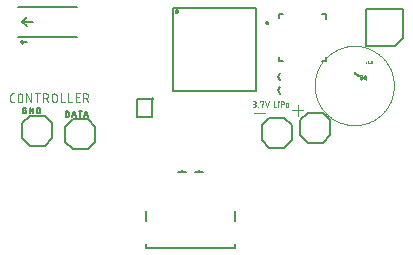
<source format=gbr>
G04 EAGLE Gerber RS-274X export*
G75*
%MOMM*%
%FSLAX34Y34*%
%LPD*%
%INSilkscreen Top*%
%IPPOS*%
%AMOC8*
5,1,8,0,0,1.08239X$1,22.5*%
G01*
%ADD10C,0.025400*%
%ADD11C,0.076200*%
%ADD12C,0.101600*%
%ADD13C,0.050800*%
%ADD14C,0.127000*%
%ADD15C,0.203200*%
%ADD16C,0.150000*%


D10*
X-83999Y220669D02*
X-83551Y220462D01*
X-83551Y220461D02*
X-83513Y220442D01*
X-83476Y220419D01*
X-83442Y220393D01*
X-83410Y220364D01*
X-83381Y220332D01*
X-83354Y220298D01*
X-83331Y220261D01*
X-83311Y220223D01*
X-83294Y220184D01*
X-83281Y220143D01*
X-83272Y220100D01*
X-83266Y220058D01*
X-83264Y220015D01*
X-83266Y219972D01*
X-83271Y219929D01*
X-83280Y219887D01*
X-83293Y219846D01*
X-83310Y219806D01*
X-83329Y219768D01*
X-83352Y219731D01*
X-83378Y219697D01*
X-83407Y219665D01*
X-83439Y219636D01*
X-83473Y219609D01*
X-83510Y219586D01*
X-83548Y219566D01*
X-83587Y219549D01*
X-83628Y219536D01*
X-83671Y219527D01*
X-83713Y219521D01*
X-83756Y219519D01*
X-83799Y219521D01*
X-83842Y219526D01*
X-83884Y219535D01*
X-83925Y219548D01*
X-83965Y219565D01*
X-84413Y219772D01*
X-83668Y221386D01*
X-83219Y221179D01*
X-83185Y221161D01*
X-83153Y221139D01*
X-83122Y221115D01*
X-83095Y221088D01*
X-83070Y221058D01*
X-83048Y221026D01*
X-83029Y220992D01*
X-83014Y220956D01*
X-83003Y220919D01*
X-82995Y220881D01*
X-82991Y220843D01*
X-82990Y220804D01*
X-82994Y220766D01*
X-83001Y220727D01*
X-83012Y220690D01*
X-83026Y220654D01*
X-83044Y220620D01*
X-83066Y220588D01*
X-83090Y220557D01*
X-83117Y220530D01*
X-83147Y220505D01*
X-83179Y220483D01*
X-83213Y220464D01*
X-83249Y220449D01*
X-83286Y220438D01*
X-83324Y220430D01*
X-83362Y220426D01*
X-83401Y220425D01*
X-83439Y220429D01*
X-83478Y220436D01*
X-83515Y220447D01*
X-83551Y220461D01*
X-82725Y219318D02*
X-82103Y220663D01*
X-82725Y219318D02*
X-82737Y219287D01*
X-82746Y219255D01*
X-82751Y219222D01*
X-82752Y219189D01*
X-82750Y219156D01*
X-82743Y219124D01*
X-82734Y219092D01*
X-82721Y219061D01*
X-82704Y219033D01*
X-82684Y219006D01*
X-82662Y218981D01*
X-82637Y218960D01*
X-82609Y218941D01*
X-82580Y218925D01*
X-81796Y218889D02*
X-81423Y219696D01*
X-81796Y218889D02*
X-81808Y218858D01*
X-81817Y218826D01*
X-81822Y218793D01*
X-81823Y218760D01*
X-81821Y218727D01*
X-81814Y218695D01*
X-81805Y218663D01*
X-81792Y218632D01*
X-81775Y218604D01*
X-81755Y218577D01*
X-81733Y218552D01*
X-81708Y218531D01*
X-81681Y218512D01*
X-81651Y218496D01*
X-81203Y218289D01*
X-80706Y219365D01*
X-80157Y217805D02*
X-79709Y217598D01*
X-80157Y217805D02*
X-80186Y217821D01*
X-80214Y217840D01*
X-80239Y217861D01*
X-80261Y217886D01*
X-80281Y217913D01*
X-80298Y217941D01*
X-80311Y217972D01*
X-80320Y218004D01*
X-80327Y218036D01*
X-80329Y218069D01*
X-80328Y218102D01*
X-80323Y218135D01*
X-80314Y218167D01*
X-80302Y218198D01*
X-80302Y218199D02*
X-80095Y218647D01*
X-80077Y218681D01*
X-80055Y218713D01*
X-80031Y218744D01*
X-80004Y218771D01*
X-79974Y218796D01*
X-79942Y218818D01*
X-79908Y218837D01*
X-79872Y218852D01*
X-79835Y218863D01*
X-79797Y218871D01*
X-79759Y218875D01*
X-79720Y218876D01*
X-79682Y218872D01*
X-79643Y218865D01*
X-79606Y218854D01*
X-79570Y218840D01*
X-79536Y218822D01*
X-79504Y218800D01*
X-79473Y218776D01*
X-79446Y218749D01*
X-79421Y218719D01*
X-79399Y218687D01*
X-79380Y218653D01*
X-79365Y218617D01*
X-79354Y218580D01*
X-79346Y218542D01*
X-79342Y218504D01*
X-79341Y218465D01*
X-79345Y218427D01*
X-79352Y218388D01*
X-79363Y218351D01*
X-79377Y218315D01*
X-79377Y218316D02*
X-79460Y218136D01*
X-80178Y218468D01*
X-78614Y217092D02*
X-78255Y216927D01*
X-78614Y217092D02*
X-78648Y217110D01*
X-78680Y217132D01*
X-78711Y217156D01*
X-78738Y217183D01*
X-78763Y217213D01*
X-78785Y217245D01*
X-78804Y217279D01*
X-78819Y217315D01*
X-78830Y217352D01*
X-78838Y217390D01*
X-78842Y217428D01*
X-78843Y217467D01*
X-78839Y217505D01*
X-78832Y217544D01*
X-78821Y217581D01*
X-78807Y217617D01*
X-78393Y218513D01*
X-78393Y218514D02*
X-78375Y218548D01*
X-78353Y218580D01*
X-78329Y218611D01*
X-78302Y218638D01*
X-78272Y218663D01*
X-78240Y218685D01*
X-78206Y218704D01*
X-78170Y218719D01*
X-78133Y218730D01*
X-78095Y218738D01*
X-78057Y218742D01*
X-78018Y218743D01*
X-77980Y218739D01*
X-77942Y218732D01*
X-77904Y218721D01*
X-77868Y218707D01*
X-77868Y218706D02*
X-77510Y218541D01*
X-77052Y217676D02*
X-77424Y216869D01*
X-77436Y216838D01*
X-77445Y216806D01*
X-77450Y216773D01*
X-77451Y216740D01*
X-77449Y216707D01*
X-77442Y216675D01*
X-77433Y216643D01*
X-77420Y216612D01*
X-77403Y216584D01*
X-77383Y216557D01*
X-77361Y216532D01*
X-77336Y216511D01*
X-77309Y216492D01*
X-77279Y216476D01*
X-77280Y216476D02*
X-76831Y216269D01*
X-76334Y217345D01*
X-75242Y217493D02*
X-75988Y215879D01*
X-75540Y215672D01*
X-75509Y215660D01*
X-75477Y215651D01*
X-75444Y215646D01*
X-75411Y215645D01*
X-75378Y215647D01*
X-75346Y215654D01*
X-75314Y215663D01*
X-75283Y215676D01*
X-75255Y215693D01*
X-75228Y215713D01*
X-75203Y215735D01*
X-75182Y215760D01*
X-75163Y215788D01*
X-75147Y215817D01*
X-75147Y215816D02*
X-74898Y216355D01*
X-74886Y216386D01*
X-74877Y216418D01*
X-74872Y216451D01*
X-74871Y216484D01*
X-74873Y216517D01*
X-74880Y216549D01*
X-74889Y216581D01*
X-74902Y216612D01*
X-74919Y216640D01*
X-74939Y216667D01*
X-74961Y216692D01*
X-74986Y216713D01*
X-75014Y216732D01*
X-75043Y216748D01*
X-75491Y216955D01*
X-74291Y215095D02*
X-73843Y214888D01*
X-74291Y215095D02*
X-74320Y215111D01*
X-74348Y215130D01*
X-74373Y215151D01*
X-74395Y215176D01*
X-74415Y215203D01*
X-74432Y215231D01*
X-74445Y215262D01*
X-74454Y215294D01*
X-74461Y215326D01*
X-74463Y215359D01*
X-74462Y215392D01*
X-74457Y215425D01*
X-74448Y215457D01*
X-74436Y215488D01*
X-74229Y215937D01*
X-74211Y215971D01*
X-74189Y216003D01*
X-74165Y216034D01*
X-74138Y216061D01*
X-74108Y216086D01*
X-74076Y216108D01*
X-74042Y216127D01*
X-74006Y216142D01*
X-73969Y216153D01*
X-73931Y216161D01*
X-73893Y216165D01*
X-73854Y216166D01*
X-73816Y216162D01*
X-73777Y216155D01*
X-73740Y216144D01*
X-73704Y216130D01*
X-73670Y216112D01*
X-73638Y216090D01*
X-73607Y216066D01*
X-73580Y216039D01*
X-73555Y216009D01*
X-73533Y215977D01*
X-73514Y215943D01*
X-73499Y215907D01*
X-73488Y215870D01*
X-73480Y215832D01*
X-73476Y215794D01*
X-73475Y215755D01*
X-73479Y215717D01*
X-73486Y215678D01*
X-73497Y215641D01*
X-73511Y215605D01*
X-73512Y215605D02*
X-73595Y215426D01*
X-74312Y215757D01*
X-78177Y214801D02*
X-79106Y216608D01*
X-77987Y215914D01*
X-77901Y217227D01*
X-76972Y215420D01*
X-76292Y216278D02*
X-76498Y216679D01*
X-76499Y216679D02*
X-76516Y216717D01*
X-76530Y216757D01*
X-76540Y216797D01*
X-76547Y216839D01*
X-76549Y216880D01*
X-76548Y216922D01*
X-76542Y216963D01*
X-76533Y217004D01*
X-76521Y217044D01*
X-76504Y217082D01*
X-76484Y217119D01*
X-76461Y217154D01*
X-76435Y217186D01*
X-76406Y217216D01*
X-76374Y217243D01*
X-76340Y217267D01*
X-76304Y217288D01*
X-76266Y217305D01*
X-76226Y217319D01*
X-76186Y217329D01*
X-76144Y217336D01*
X-76103Y217338D01*
X-76061Y217337D01*
X-76020Y217331D01*
X-75979Y217322D01*
X-75939Y217310D01*
X-75901Y217293D01*
X-75864Y217273D01*
X-75829Y217250D01*
X-75797Y217224D01*
X-75767Y217195D01*
X-75740Y217163D01*
X-75716Y217129D01*
X-75695Y217093D01*
X-75695Y217092D02*
X-75489Y216690D01*
X-75488Y216691D02*
X-75471Y216653D01*
X-75457Y216613D01*
X-75447Y216573D01*
X-75440Y216531D01*
X-75438Y216490D01*
X-75439Y216448D01*
X-75445Y216407D01*
X-75454Y216366D01*
X-75466Y216326D01*
X-75483Y216288D01*
X-75503Y216251D01*
X-75526Y216216D01*
X-75552Y216184D01*
X-75581Y216154D01*
X-75613Y216127D01*
X-75647Y216103D01*
X-75683Y216082D01*
X-75721Y216065D01*
X-75761Y216051D01*
X-75801Y216041D01*
X-75843Y216034D01*
X-75884Y216032D01*
X-75926Y216033D01*
X-75967Y216039D01*
X-76008Y216048D01*
X-76048Y216060D01*
X-76086Y216077D01*
X-76123Y216097D01*
X-76158Y216120D01*
X-76190Y216146D01*
X-76220Y216175D01*
X-76247Y216207D01*
X-76271Y216241D01*
X-76292Y216277D01*
X-73708Y217098D02*
X-74636Y218905D01*
X-73708Y217098D02*
X-74210Y216840D01*
X-74209Y216839D02*
X-74241Y216825D01*
X-74275Y216814D01*
X-74310Y216806D01*
X-74345Y216803D01*
X-74381Y216802D01*
X-74416Y216806D01*
X-74451Y216813D01*
X-74484Y216824D01*
X-74517Y216838D01*
X-74548Y216856D01*
X-74576Y216877D01*
X-74603Y216900D01*
X-74627Y216927D01*
X-74648Y216955D01*
X-74666Y216986D01*
X-74975Y217589D01*
X-74976Y217589D02*
X-74990Y217621D01*
X-75001Y217655D01*
X-75009Y217690D01*
X-75012Y217725D01*
X-75013Y217761D01*
X-75009Y217796D01*
X-75002Y217831D01*
X-74991Y217864D01*
X-74977Y217897D01*
X-74959Y217928D01*
X-74938Y217956D01*
X-74915Y217983D01*
X-74888Y218007D01*
X-74860Y218028D01*
X-74829Y218046D01*
X-74829Y218045D02*
X-74327Y218303D01*
X-73841Y228715D02*
X-74264Y230079D01*
X-73361Y230060D02*
X-73841Y228715D01*
X-72521Y230268D02*
X-71947Y230708D01*
X-71990Y228676D01*
X-72554Y228688D02*
X-71425Y228664D01*
X-70606Y228647D02*
X-70604Y228760D01*
X-70491Y228757D01*
X-70493Y228645D01*
X-70606Y228647D01*
X-69653Y229643D02*
X-69649Y229719D01*
X-69643Y229794D01*
X-69632Y229870D01*
X-69619Y229944D01*
X-69602Y230018D01*
X-69582Y230091D01*
X-69558Y230164D01*
X-69531Y230235D01*
X-69501Y230304D01*
X-69468Y230373D01*
X-69468Y230374D02*
X-69453Y230411D01*
X-69434Y230446D01*
X-69412Y230479D01*
X-69387Y230510D01*
X-69359Y230538D01*
X-69328Y230564D01*
X-69295Y230586D01*
X-69260Y230605D01*
X-69224Y230621D01*
X-69186Y230633D01*
X-69147Y230642D01*
X-69107Y230647D01*
X-69067Y230648D01*
X-69027Y230645D01*
X-68988Y230639D01*
X-68950Y230628D01*
X-68912Y230615D01*
X-68876Y230597D01*
X-68842Y230577D01*
X-68810Y230553D01*
X-68781Y230526D01*
X-68754Y230496D01*
X-68730Y230465D01*
X-68709Y230430D01*
X-68692Y230395D01*
X-68678Y230357D01*
X-68648Y230287D01*
X-68621Y230216D01*
X-68597Y230144D01*
X-68577Y230071D01*
X-68559Y229997D01*
X-68546Y229922D01*
X-68535Y229847D01*
X-68528Y229771D01*
X-68525Y229695D01*
X-68524Y229619D01*
X-69653Y229643D02*
X-69653Y229567D01*
X-69649Y229491D01*
X-69642Y229416D01*
X-69631Y229341D01*
X-69618Y229266D01*
X-69600Y229192D01*
X-69580Y229119D01*
X-69556Y229047D01*
X-69529Y228976D01*
X-69499Y228906D01*
X-69485Y228868D01*
X-69468Y228833D01*
X-69447Y228799D01*
X-69423Y228767D01*
X-69396Y228737D01*
X-69367Y228710D01*
X-69335Y228686D01*
X-69301Y228666D01*
X-69265Y228648D01*
X-69227Y228635D01*
X-69189Y228624D01*
X-69149Y228618D01*
X-69110Y228615D01*
X-68709Y228890D02*
X-68676Y228958D01*
X-68646Y229028D01*
X-68619Y229099D01*
X-68595Y229171D01*
X-68575Y229244D01*
X-68558Y229318D01*
X-68545Y229393D01*
X-68534Y229468D01*
X-68528Y229544D01*
X-68524Y229620D01*
X-68709Y228889D02*
X-68724Y228852D01*
X-68743Y228817D01*
X-68765Y228784D01*
X-68790Y228753D01*
X-68818Y228725D01*
X-68849Y228699D01*
X-68882Y228677D01*
X-68917Y228658D01*
X-68953Y228642D01*
X-68991Y228630D01*
X-69030Y228621D01*
X-69070Y228616D01*
X-69110Y228615D01*
X-69552Y229077D02*
X-68625Y230186D01*
D11*
X-371757Y195707D02*
X-373394Y195707D01*
X-373472Y195709D01*
X-373550Y195714D01*
X-373627Y195724D01*
X-373704Y195737D01*
X-373780Y195753D01*
X-373855Y195773D01*
X-373929Y195797D01*
X-374002Y195824D01*
X-374074Y195855D01*
X-374144Y195889D01*
X-374213Y195926D01*
X-374279Y195967D01*
X-374344Y196011D01*
X-374406Y196057D01*
X-374466Y196107D01*
X-374524Y196159D01*
X-374579Y196214D01*
X-374631Y196272D01*
X-374681Y196332D01*
X-374727Y196394D01*
X-374771Y196459D01*
X-374812Y196526D01*
X-374849Y196594D01*
X-374883Y196664D01*
X-374914Y196736D01*
X-374941Y196809D01*
X-374965Y196883D01*
X-374985Y196958D01*
X-375001Y197034D01*
X-375014Y197111D01*
X-375024Y197188D01*
X-375029Y197266D01*
X-375031Y197344D01*
X-375031Y201436D01*
X-375029Y201514D01*
X-375024Y201592D01*
X-375014Y201669D01*
X-375001Y201746D01*
X-374985Y201822D01*
X-374965Y201897D01*
X-374941Y201971D01*
X-374914Y202044D01*
X-374883Y202116D01*
X-374849Y202186D01*
X-374812Y202255D01*
X-374771Y202321D01*
X-374727Y202386D01*
X-374681Y202448D01*
X-374631Y202508D01*
X-374579Y202566D01*
X-374524Y202621D01*
X-374466Y202673D01*
X-374406Y202723D01*
X-374344Y202769D01*
X-374279Y202813D01*
X-374213Y202854D01*
X-374144Y202891D01*
X-374074Y202925D01*
X-374002Y202956D01*
X-373929Y202983D01*
X-373855Y203007D01*
X-373780Y203027D01*
X-373704Y203043D01*
X-373627Y203056D01*
X-373550Y203066D01*
X-373472Y203071D01*
X-373394Y203073D01*
X-371757Y203073D01*
X-368912Y201027D02*
X-368912Y197753D01*
X-368912Y201027D02*
X-368910Y201116D01*
X-368904Y201205D01*
X-368894Y201294D01*
X-368881Y201382D01*
X-368864Y201470D01*
X-368842Y201557D01*
X-368817Y201642D01*
X-368789Y201727D01*
X-368756Y201810D01*
X-368720Y201892D01*
X-368681Y201972D01*
X-368638Y202050D01*
X-368592Y202126D01*
X-368542Y202201D01*
X-368489Y202273D01*
X-368433Y202342D01*
X-368374Y202409D01*
X-368313Y202474D01*
X-368248Y202535D01*
X-368181Y202594D01*
X-368112Y202650D01*
X-368040Y202703D01*
X-367965Y202753D01*
X-367889Y202799D01*
X-367811Y202842D01*
X-367731Y202881D01*
X-367649Y202917D01*
X-367566Y202950D01*
X-367481Y202978D01*
X-367396Y203003D01*
X-367309Y203025D01*
X-367221Y203042D01*
X-367133Y203055D01*
X-367044Y203065D01*
X-366955Y203071D01*
X-366866Y203073D01*
X-366777Y203071D01*
X-366688Y203065D01*
X-366599Y203055D01*
X-366511Y203042D01*
X-366423Y203025D01*
X-366336Y203003D01*
X-366251Y202978D01*
X-366166Y202950D01*
X-366083Y202917D01*
X-366001Y202881D01*
X-365921Y202842D01*
X-365843Y202799D01*
X-365767Y202753D01*
X-365692Y202703D01*
X-365620Y202650D01*
X-365551Y202594D01*
X-365484Y202535D01*
X-365419Y202474D01*
X-365358Y202409D01*
X-365299Y202342D01*
X-365243Y202273D01*
X-365190Y202201D01*
X-365140Y202126D01*
X-365094Y202050D01*
X-365051Y201972D01*
X-365012Y201892D01*
X-364976Y201810D01*
X-364943Y201727D01*
X-364915Y201642D01*
X-364890Y201557D01*
X-364868Y201470D01*
X-364851Y201382D01*
X-364838Y201294D01*
X-364828Y201205D01*
X-364822Y201116D01*
X-364820Y201027D01*
X-364820Y197753D01*
X-364822Y197664D01*
X-364828Y197575D01*
X-364838Y197486D01*
X-364851Y197398D01*
X-364868Y197310D01*
X-364890Y197223D01*
X-364915Y197138D01*
X-364943Y197053D01*
X-364976Y196970D01*
X-365012Y196888D01*
X-365051Y196808D01*
X-365094Y196730D01*
X-365140Y196654D01*
X-365190Y196579D01*
X-365243Y196507D01*
X-365299Y196438D01*
X-365358Y196371D01*
X-365419Y196306D01*
X-365484Y196245D01*
X-365551Y196186D01*
X-365620Y196130D01*
X-365692Y196077D01*
X-365767Y196027D01*
X-365843Y195981D01*
X-365921Y195938D01*
X-366001Y195899D01*
X-366083Y195863D01*
X-366166Y195830D01*
X-366251Y195802D01*
X-366336Y195777D01*
X-366423Y195755D01*
X-366511Y195738D01*
X-366599Y195725D01*
X-366688Y195715D01*
X-366777Y195709D01*
X-366866Y195707D01*
X-366955Y195709D01*
X-367044Y195715D01*
X-367133Y195725D01*
X-367221Y195738D01*
X-367309Y195755D01*
X-367396Y195777D01*
X-367481Y195802D01*
X-367566Y195830D01*
X-367649Y195863D01*
X-367731Y195899D01*
X-367811Y195938D01*
X-367889Y195981D01*
X-367965Y196027D01*
X-368040Y196077D01*
X-368112Y196130D01*
X-368181Y196186D01*
X-368248Y196245D01*
X-368313Y196306D01*
X-368374Y196371D01*
X-368433Y196438D01*
X-368489Y196507D01*
X-368542Y196579D01*
X-368592Y196654D01*
X-368638Y196730D01*
X-368681Y196808D01*
X-368720Y196888D01*
X-368756Y196970D01*
X-368789Y197053D01*
X-368817Y197138D01*
X-368842Y197223D01*
X-368864Y197310D01*
X-368881Y197398D01*
X-368894Y197486D01*
X-368904Y197575D01*
X-368910Y197664D01*
X-368912Y197753D01*
X-361353Y195707D02*
X-361353Y203073D01*
X-357261Y195707D01*
X-357261Y203073D01*
X-352235Y203073D02*
X-352235Y195707D01*
X-350189Y203073D02*
X-354282Y203073D01*
X-347159Y203073D02*
X-347159Y195707D01*
X-347159Y203073D02*
X-345113Y203073D01*
X-345024Y203071D01*
X-344935Y203065D01*
X-344846Y203055D01*
X-344758Y203042D01*
X-344670Y203025D01*
X-344583Y203003D01*
X-344498Y202978D01*
X-344413Y202950D01*
X-344330Y202917D01*
X-344248Y202881D01*
X-344168Y202842D01*
X-344090Y202799D01*
X-344014Y202753D01*
X-343939Y202703D01*
X-343867Y202650D01*
X-343798Y202594D01*
X-343731Y202535D01*
X-343666Y202474D01*
X-343605Y202409D01*
X-343546Y202342D01*
X-343490Y202273D01*
X-343437Y202201D01*
X-343387Y202126D01*
X-343341Y202050D01*
X-343298Y201972D01*
X-343259Y201892D01*
X-343223Y201810D01*
X-343190Y201727D01*
X-343162Y201642D01*
X-343137Y201557D01*
X-343115Y201470D01*
X-343098Y201382D01*
X-343085Y201294D01*
X-343075Y201205D01*
X-343069Y201116D01*
X-343067Y201027D01*
X-343069Y200938D01*
X-343075Y200849D01*
X-343085Y200760D01*
X-343098Y200672D01*
X-343115Y200584D01*
X-343137Y200497D01*
X-343162Y200412D01*
X-343190Y200327D01*
X-343223Y200244D01*
X-343259Y200162D01*
X-343298Y200082D01*
X-343341Y200004D01*
X-343387Y199928D01*
X-343437Y199853D01*
X-343490Y199781D01*
X-343546Y199712D01*
X-343605Y199645D01*
X-343666Y199580D01*
X-343731Y199519D01*
X-343798Y199460D01*
X-343867Y199404D01*
X-343939Y199351D01*
X-344014Y199301D01*
X-344090Y199255D01*
X-344168Y199212D01*
X-344248Y199173D01*
X-344330Y199137D01*
X-344413Y199104D01*
X-344498Y199076D01*
X-344583Y199051D01*
X-344670Y199029D01*
X-344758Y199012D01*
X-344846Y198999D01*
X-344935Y198989D01*
X-345024Y198983D01*
X-345113Y198981D01*
X-347159Y198981D01*
X-344704Y198981D02*
X-343067Y195707D01*
X-339895Y197753D02*
X-339895Y201027D01*
X-339893Y201116D01*
X-339887Y201205D01*
X-339877Y201294D01*
X-339864Y201382D01*
X-339847Y201470D01*
X-339825Y201557D01*
X-339800Y201642D01*
X-339772Y201727D01*
X-339739Y201810D01*
X-339703Y201892D01*
X-339664Y201972D01*
X-339621Y202050D01*
X-339575Y202126D01*
X-339525Y202201D01*
X-339472Y202273D01*
X-339416Y202342D01*
X-339357Y202409D01*
X-339296Y202474D01*
X-339231Y202535D01*
X-339164Y202594D01*
X-339095Y202650D01*
X-339023Y202703D01*
X-338948Y202753D01*
X-338872Y202799D01*
X-338794Y202842D01*
X-338714Y202881D01*
X-338632Y202917D01*
X-338549Y202950D01*
X-338464Y202978D01*
X-338379Y203003D01*
X-338292Y203025D01*
X-338204Y203042D01*
X-338116Y203055D01*
X-338027Y203065D01*
X-337938Y203071D01*
X-337849Y203073D01*
X-337760Y203071D01*
X-337671Y203065D01*
X-337582Y203055D01*
X-337494Y203042D01*
X-337406Y203025D01*
X-337319Y203003D01*
X-337234Y202978D01*
X-337149Y202950D01*
X-337066Y202917D01*
X-336984Y202881D01*
X-336904Y202842D01*
X-336826Y202799D01*
X-336750Y202753D01*
X-336675Y202703D01*
X-336603Y202650D01*
X-336534Y202594D01*
X-336467Y202535D01*
X-336402Y202474D01*
X-336341Y202409D01*
X-336282Y202342D01*
X-336226Y202273D01*
X-336173Y202201D01*
X-336123Y202126D01*
X-336077Y202050D01*
X-336034Y201972D01*
X-335995Y201892D01*
X-335959Y201810D01*
X-335926Y201727D01*
X-335898Y201642D01*
X-335873Y201557D01*
X-335851Y201470D01*
X-335834Y201382D01*
X-335821Y201294D01*
X-335811Y201205D01*
X-335805Y201116D01*
X-335803Y201027D01*
X-335803Y197753D01*
X-335805Y197664D01*
X-335811Y197575D01*
X-335821Y197486D01*
X-335834Y197398D01*
X-335851Y197310D01*
X-335873Y197223D01*
X-335898Y197138D01*
X-335926Y197053D01*
X-335959Y196970D01*
X-335995Y196888D01*
X-336034Y196808D01*
X-336077Y196730D01*
X-336123Y196654D01*
X-336173Y196579D01*
X-336226Y196507D01*
X-336282Y196438D01*
X-336341Y196371D01*
X-336402Y196306D01*
X-336467Y196245D01*
X-336534Y196186D01*
X-336603Y196130D01*
X-336675Y196077D01*
X-336750Y196027D01*
X-336826Y195981D01*
X-336904Y195938D01*
X-336984Y195899D01*
X-337066Y195863D01*
X-337149Y195830D01*
X-337234Y195802D01*
X-337319Y195777D01*
X-337406Y195755D01*
X-337494Y195738D01*
X-337582Y195725D01*
X-337671Y195715D01*
X-337760Y195709D01*
X-337849Y195707D01*
X-337938Y195709D01*
X-338027Y195715D01*
X-338116Y195725D01*
X-338204Y195738D01*
X-338292Y195755D01*
X-338379Y195777D01*
X-338464Y195802D01*
X-338549Y195830D01*
X-338632Y195863D01*
X-338714Y195899D01*
X-338794Y195938D01*
X-338872Y195981D01*
X-338948Y196027D01*
X-339023Y196077D01*
X-339095Y196130D01*
X-339164Y196186D01*
X-339231Y196245D01*
X-339296Y196306D01*
X-339357Y196371D01*
X-339416Y196438D01*
X-339472Y196507D01*
X-339525Y196579D01*
X-339575Y196654D01*
X-339621Y196730D01*
X-339664Y196808D01*
X-339703Y196888D01*
X-339739Y196970D01*
X-339772Y197053D01*
X-339800Y197138D01*
X-339825Y197223D01*
X-339847Y197310D01*
X-339864Y197398D01*
X-339877Y197486D01*
X-339887Y197575D01*
X-339893Y197664D01*
X-339895Y197753D01*
X-332320Y195707D02*
X-332320Y203073D01*
X-332320Y195707D02*
X-329047Y195707D01*
X-325980Y195707D02*
X-325980Y203073D01*
X-325980Y195707D02*
X-322707Y195707D01*
X-319641Y195707D02*
X-316367Y195707D01*
X-319641Y195707D02*
X-319641Y203073D01*
X-316367Y203073D01*
X-317185Y199799D02*
X-319641Y199799D01*
X-313265Y203073D02*
X-313265Y195707D01*
X-313265Y203073D02*
X-311219Y203073D01*
X-311130Y203071D01*
X-311041Y203065D01*
X-310952Y203055D01*
X-310864Y203042D01*
X-310776Y203025D01*
X-310689Y203003D01*
X-310604Y202978D01*
X-310519Y202950D01*
X-310436Y202917D01*
X-310354Y202881D01*
X-310274Y202842D01*
X-310196Y202799D01*
X-310120Y202753D01*
X-310045Y202703D01*
X-309973Y202650D01*
X-309904Y202594D01*
X-309837Y202535D01*
X-309772Y202474D01*
X-309711Y202409D01*
X-309652Y202342D01*
X-309596Y202273D01*
X-309543Y202201D01*
X-309493Y202126D01*
X-309447Y202050D01*
X-309404Y201972D01*
X-309365Y201892D01*
X-309329Y201810D01*
X-309296Y201727D01*
X-309268Y201642D01*
X-309243Y201557D01*
X-309221Y201470D01*
X-309204Y201382D01*
X-309191Y201294D01*
X-309181Y201205D01*
X-309175Y201116D01*
X-309173Y201027D01*
X-309175Y200938D01*
X-309181Y200849D01*
X-309191Y200760D01*
X-309204Y200672D01*
X-309221Y200584D01*
X-309243Y200497D01*
X-309268Y200412D01*
X-309296Y200327D01*
X-309329Y200244D01*
X-309365Y200162D01*
X-309404Y200082D01*
X-309447Y200004D01*
X-309493Y199928D01*
X-309543Y199853D01*
X-309596Y199781D01*
X-309652Y199712D01*
X-309711Y199645D01*
X-309772Y199580D01*
X-309837Y199519D01*
X-309904Y199460D01*
X-309973Y199404D01*
X-310045Y199351D01*
X-310120Y199301D01*
X-310196Y199255D01*
X-310274Y199212D01*
X-310354Y199173D01*
X-310436Y199137D01*
X-310519Y199104D01*
X-310604Y199076D01*
X-310689Y199051D01*
X-310776Y199029D01*
X-310864Y199012D01*
X-310952Y198999D01*
X-311041Y198989D01*
X-311130Y198983D01*
X-311219Y198981D01*
X-313265Y198981D01*
X-310810Y198981D02*
X-309173Y195707D01*
D12*
X-168402Y186238D02*
X-159597Y186238D01*
X-136144Y188778D02*
X-127339Y188778D01*
X-131741Y184376D02*
X-131741Y193181D01*
D13*
X-168656Y191770D02*
X-169926Y191770D01*
X-168656Y191770D02*
X-168586Y191772D01*
X-168516Y191778D01*
X-168447Y191787D01*
X-168378Y191801D01*
X-168310Y191818D01*
X-168244Y191839D01*
X-168178Y191863D01*
X-168114Y191891D01*
X-168052Y191923D01*
X-167991Y191958D01*
X-167932Y191996D01*
X-167876Y192038D01*
X-167822Y192082D01*
X-167770Y192130D01*
X-167722Y192180D01*
X-167676Y192233D01*
X-167633Y192288D01*
X-167593Y192345D01*
X-167556Y192405D01*
X-167523Y192467D01*
X-167493Y192530D01*
X-167467Y192595D01*
X-167444Y192661D01*
X-167425Y192728D01*
X-167410Y192797D01*
X-167398Y192866D01*
X-167390Y192935D01*
X-167386Y193005D01*
X-167386Y193075D01*
X-167390Y193145D01*
X-167398Y193214D01*
X-167410Y193283D01*
X-167425Y193352D01*
X-167444Y193419D01*
X-167467Y193485D01*
X-167493Y193550D01*
X-167523Y193613D01*
X-167556Y193675D01*
X-167593Y193735D01*
X-167633Y193792D01*
X-167676Y193847D01*
X-167722Y193900D01*
X-167770Y193950D01*
X-167822Y193998D01*
X-167876Y194042D01*
X-167932Y194084D01*
X-167991Y194122D01*
X-168052Y194157D01*
X-168114Y194189D01*
X-168178Y194217D01*
X-168244Y194241D01*
X-168310Y194262D01*
X-168378Y194279D01*
X-168447Y194293D01*
X-168516Y194302D01*
X-168586Y194308D01*
X-168656Y194310D01*
X-168402Y196342D02*
X-169926Y196342D01*
X-168402Y196342D02*
X-168339Y196340D01*
X-168277Y196334D01*
X-168215Y196325D01*
X-168154Y196311D01*
X-168094Y196294D01*
X-168035Y196273D01*
X-167977Y196249D01*
X-167921Y196221D01*
X-167867Y196190D01*
X-167815Y196155D01*
X-167765Y196118D01*
X-167718Y196077D01*
X-167673Y196033D01*
X-167630Y195987D01*
X-167591Y195938D01*
X-167555Y195887D01*
X-167522Y195834D01*
X-167493Y195779D01*
X-167466Y195722D01*
X-167444Y195664D01*
X-167425Y195604D01*
X-167410Y195543D01*
X-167398Y195482D01*
X-167390Y195420D01*
X-167386Y195357D01*
X-167386Y195295D01*
X-167390Y195232D01*
X-167398Y195170D01*
X-167410Y195109D01*
X-167425Y195048D01*
X-167444Y194988D01*
X-167466Y194930D01*
X-167493Y194873D01*
X-167522Y194818D01*
X-167555Y194765D01*
X-167591Y194714D01*
X-167630Y194665D01*
X-167673Y194619D01*
X-167718Y194575D01*
X-167765Y194534D01*
X-167815Y194497D01*
X-167867Y194462D01*
X-167921Y194431D01*
X-167977Y194403D01*
X-168035Y194379D01*
X-168094Y194358D01*
X-168154Y194341D01*
X-168215Y194327D01*
X-168277Y194318D01*
X-168339Y194312D01*
X-168402Y194310D01*
X-169418Y194310D01*
X-165583Y192024D02*
X-165583Y191770D01*
X-165583Y192024D02*
X-165329Y192024D01*
X-165329Y191770D01*
X-165583Y191770D01*
X-163525Y195834D02*
X-163525Y196342D01*
X-160985Y196342D01*
X-162255Y191770D01*
X-157683Y191770D02*
X-159207Y196342D01*
X-156159Y196342D02*
X-157683Y191770D01*
X-151780Y191770D02*
X-151780Y196342D01*
X-151780Y191770D02*
X-149748Y191770D01*
X-148082Y191770D02*
X-148082Y194818D01*
X-148209Y196088D02*
X-148209Y196342D01*
X-147955Y196342D01*
X-147955Y196088D01*
X-148209Y196088D01*
X-145923Y196342D02*
X-145923Y191770D01*
X-145923Y196342D02*
X-144653Y196342D01*
X-144583Y196340D01*
X-144513Y196334D01*
X-144444Y196325D01*
X-144375Y196311D01*
X-144307Y196294D01*
X-144241Y196273D01*
X-144175Y196249D01*
X-144111Y196221D01*
X-144049Y196189D01*
X-143988Y196154D01*
X-143929Y196116D01*
X-143873Y196074D01*
X-143819Y196030D01*
X-143767Y195982D01*
X-143719Y195932D01*
X-143673Y195879D01*
X-143630Y195824D01*
X-143590Y195767D01*
X-143553Y195707D01*
X-143520Y195645D01*
X-143490Y195582D01*
X-143464Y195517D01*
X-143441Y195451D01*
X-143422Y195384D01*
X-143407Y195315D01*
X-143395Y195246D01*
X-143387Y195177D01*
X-143383Y195107D01*
X-143383Y195037D01*
X-143387Y194967D01*
X-143395Y194898D01*
X-143407Y194829D01*
X-143422Y194760D01*
X-143441Y194693D01*
X-143464Y194627D01*
X-143490Y194562D01*
X-143520Y194499D01*
X-143553Y194437D01*
X-143590Y194377D01*
X-143630Y194320D01*
X-143673Y194265D01*
X-143719Y194212D01*
X-143767Y194162D01*
X-143819Y194114D01*
X-143873Y194070D01*
X-143929Y194028D01*
X-143988Y193990D01*
X-144049Y193955D01*
X-144111Y193923D01*
X-144175Y193895D01*
X-144241Y193871D01*
X-144307Y193850D01*
X-144375Y193833D01*
X-144444Y193819D01*
X-144513Y193810D01*
X-144583Y193804D01*
X-144653Y193802D01*
X-145923Y193802D01*
X-141631Y193802D02*
X-141631Y192786D01*
X-141631Y193802D02*
X-141629Y193865D01*
X-141623Y193927D01*
X-141614Y193989D01*
X-141600Y194050D01*
X-141583Y194110D01*
X-141562Y194169D01*
X-141538Y194227D01*
X-141510Y194283D01*
X-141479Y194337D01*
X-141444Y194389D01*
X-141407Y194439D01*
X-141366Y194486D01*
X-141322Y194531D01*
X-141276Y194574D01*
X-141227Y194613D01*
X-141176Y194649D01*
X-141123Y194682D01*
X-141068Y194711D01*
X-141011Y194738D01*
X-140953Y194760D01*
X-140893Y194779D01*
X-140832Y194794D01*
X-140771Y194806D01*
X-140709Y194814D01*
X-140646Y194818D01*
X-140584Y194818D01*
X-140521Y194814D01*
X-140459Y194806D01*
X-140398Y194794D01*
X-140337Y194779D01*
X-140277Y194760D01*
X-140219Y194738D01*
X-140162Y194711D01*
X-140107Y194682D01*
X-140054Y194649D01*
X-140003Y194613D01*
X-139954Y194574D01*
X-139908Y194531D01*
X-139864Y194486D01*
X-139823Y194439D01*
X-139786Y194389D01*
X-139751Y194337D01*
X-139720Y194283D01*
X-139692Y194227D01*
X-139668Y194169D01*
X-139647Y194110D01*
X-139630Y194050D01*
X-139616Y193989D01*
X-139607Y193927D01*
X-139601Y193865D01*
X-139599Y193802D01*
X-139599Y192786D01*
X-139601Y192723D01*
X-139607Y192661D01*
X-139616Y192599D01*
X-139630Y192538D01*
X-139647Y192478D01*
X-139668Y192419D01*
X-139692Y192361D01*
X-139720Y192305D01*
X-139751Y192251D01*
X-139786Y192199D01*
X-139823Y192149D01*
X-139864Y192102D01*
X-139908Y192057D01*
X-139954Y192014D01*
X-140003Y191975D01*
X-140054Y191939D01*
X-140107Y191906D01*
X-140162Y191877D01*
X-140219Y191850D01*
X-140277Y191828D01*
X-140337Y191809D01*
X-140398Y191794D01*
X-140459Y191782D01*
X-140521Y191774D01*
X-140584Y191770D01*
X-140646Y191770D01*
X-140709Y191774D01*
X-140771Y191782D01*
X-140832Y191794D01*
X-140893Y191809D01*
X-140953Y191828D01*
X-141011Y191850D01*
X-141068Y191877D01*
X-141123Y191906D01*
X-141176Y191939D01*
X-141227Y191975D01*
X-141276Y192014D01*
X-141322Y192057D01*
X-141366Y192102D01*
X-141407Y192149D01*
X-141444Y192199D01*
X-141479Y192251D01*
X-141510Y192305D01*
X-141538Y192361D01*
X-141562Y192419D01*
X-141583Y192478D01*
X-141600Y192538D01*
X-141614Y192599D01*
X-141623Y192661D01*
X-141629Y192723D01*
X-141631Y192786D01*
D11*
X-117399Y209804D02*
X-117389Y210628D01*
X-117359Y211452D01*
X-117308Y212274D01*
X-117237Y213095D01*
X-117146Y213914D01*
X-117036Y214731D01*
X-116905Y215545D01*
X-116754Y216355D01*
X-116583Y217161D01*
X-116393Y217963D01*
X-116183Y218760D01*
X-115953Y219551D01*
X-115704Y220337D01*
X-115436Y221116D01*
X-115149Y221889D01*
X-114843Y222654D01*
X-114518Y223412D01*
X-114175Y224161D01*
X-113814Y224901D01*
X-113434Y225633D01*
X-113037Y226355D01*
X-112622Y227067D01*
X-112189Y227769D01*
X-111740Y228459D01*
X-111274Y229139D01*
X-110791Y229807D01*
X-110292Y230463D01*
X-109777Y231106D01*
X-109246Y231737D01*
X-108700Y232354D01*
X-108139Y232958D01*
X-107564Y233548D01*
X-106974Y234123D01*
X-106370Y234684D01*
X-105753Y235230D01*
X-105122Y235761D01*
X-104479Y236276D01*
X-103823Y236775D01*
X-103155Y237258D01*
X-102475Y237724D01*
X-101785Y238173D01*
X-101083Y238606D01*
X-100371Y239021D01*
X-99649Y239418D01*
X-98917Y239798D01*
X-98177Y240159D01*
X-97428Y240502D01*
X-96670Y240827D01*
X-95905Y241133D01*
X-95132Y241420D01*
X-94353Y241688D01*
X-93567Y241937D01*
X-92776Y242167D01*
X-91979Y242377D01*
X-91177Y242567D01*
X-90371Y242738D01*
X-89561Y242889D01*
X-88747Y243020D01*
X-87930Y243130D01*
X-87111Y243221D01*
X-86290Y243292D01*
X-85468Y243343D01*
X-84644Y243373D01*
X-83820Y243383D01*
X-82996Y243373D01*
X-82172Y243343D01*
X-81350Y243292D01*
X-80529Y243221D01*
X-79710Y243130D01*
X-78893Y243020D01*
X-78079Y242889D01*
X-77269Y242738D01*
X-76463Y242567D01*
X-75661Y242377D01*
X-74864Y242167D01*
X-74073Y241937D01*
X-73287Y241688D01*
X-72508Y241420D01*
X-71735Y241133D01*
X-70970Y240827D01*
X-70212Y240502D01*
X-69463Y240159D01*
X-68723Y239798D01*
X-67991Y239418D01*
X-67269Y239021D01*
X-66557Y238606D01*
X-65855Y238173D01*
X-65165Y237724D01*
X-64485Y237258D01*
X-63817Y236775D01*
X-63161Y236276D01*
X-62518Y235761D01*
X-61887Y235230D01*
X-61270Y234684D01*
X-60666Y234123D01*
X-60076Y233548D01*
X-59501Y232958D01*
X-58940Y232354D01*
X-58394Y231737D01*
X-57863Y231106D01*
X-57348Y230463D01*
X-56849Y229807D01*
X-56366Y229139D01*
X-55900Y228459D01*
X-55451Y227769D01*
X-55018Y227067D01*
X-54603Y226355D01*
X-54206Y225633D01*
X-53826Y224901D01*
X-53465Y224161D01*
X-53122Y223412D01*
X-52797Y222654D01*
X-52491Y221889D01*
X-52204Y221116D01*
X-51936Y220337D01*
X-51687Y219551D01*
X-51457Y218760D01*
X-51247Y217963D01*
X-51057Y217161D01*
X-50886Y216355D01*
X-50735Y215545D01*
X-50604Y214731D01*
X-50494Y213914D01*
X-50403Y213095D01*
X-50332Y212274D01*
X-50281Y211452D01*
X-50251Y210628D01*
X-50241Y209804D01*
X-50251Y208980D01*
X-50281Y208156D01*
X-50332Y207334D01*
X-50403Y206513D01*
X-50494Y205694D01*
X-50604Y204877D01*
X-50735Y204063D01*
X-50886Y203253D01*
X-51057Y202447D01*
X-51247Y201645D01*
X-51457Y200848D01*
X-51687Y200057D01*
X-51936Y199271D01*
X-52204Y198492D01*
X-52491Y197719D01*
X-52797Y196954D01*
X-53122Y196196D01*
X-53465Y195447D01*
X-53826Y194707D01*
X-54206Y193975D01*
X-54603Y193253D01*
X-55018Y192541D01*
X-55451Y191839D01*
X-55900Y191149D01*
X-56366Y190469D01*
X-56849Y189801D01*
X-57348Y189145D01*
X-57863Y188502D01*
X-58394Y187871D01*
X-58940Y187254D01*
X-59501Y186650D01*
X-60076Y186060D01*
X-60666Y185485D01*
X-61270Y184924D01*
X-61887Y184378D01*
X-62518Y183847D01*
X-63161Y183332D01*
X-63817Y182833D01*
X-64485Y182350D01*
X-65165Y181884D01*
X-65855Y181435D01*
X-66557Y181002D01*
X-67269Y180587D01*
X-67991Y180190D01*
X-68723Y179810D01*
X-69463Y179449D01*
X-70212Y179106D01*
X-70970Y178781D01*
X-71735Y178475D01*
X-72508Y178188D01*
X-73287Y177920D01*
X-74073Y177671D01*
X-74864Y177441D01*
X-75661Y177231D01*
X-76463Y177041D01*
X-77269Y176870D01*
X-78079Y176719D01*
X-78893Y176588D01*
X-79710Y176478D01*
X-80529Y176387D01*
X-81350Y176316D01*
X-82172Y176265D01*
X-82996Y176235D01*
X-83820Y176225D01*
X-84644Y176235D01*
X-85468Y176265D01*
X-86290Y176316D01*
X-87111Y176387D01*
X-87930Y176478D01*
X-88747Y176588D01*
X-89561Y176719D01*
X-90371Y176870D01*
X-91177Y177041D01*
X-91979Y177231D01*
X-92776Y177441D01*
X-93567Y177671D01*
X-94353Y177920D01*
X-95132Y178188D01*
X-95905Y178475D01*
X-96670Y178781D01*
X-97428Y179106D01*
X-98177Y179449D01*
X-98917Y179810D01*
X-99649Y180190D01*
X-100371Y180587D01*
X-101083Y181002D01*
X-101785Y181435D01*
X-102475Y181884D01*
X-103155Y182350D01*
X-103823Y182833D01*
X-104479Y183332D01*
X-105122Y183847D01*
X-105753Y184378D01*
X-106370Y184924D01*
X-106974Y185485D01*
X-107564Y186060D01*
X-108139Y186650D01*
X-108700Y187254D01*
X-109246Y187871D01*
X-109777Y188502D01*
X-110292Y189145D01*
X-110791Y189801D01*
X-111274Y190469D01*
X-111740Y191149D01*
X-112189Y191839D01*
X-112622Y192541D01*
X-113037Y193253D01*
X-113434Y193975D01*
X-113814Y194707D01*
X-114175Y195447D01*
X-114518Y196196D01*
X-114843Y196954D01*
X-115149Y197719D01*
X-115436Y198492D01*
X-115704Y199271D01*
X-115953Y200057D01*
X-116183Y200848D01*
X-116393Y201645D01*
X-116583Y202447D01*
X-116754Y203253D01*
X-116905Y204063D01*
X-117036Y204877D01*
X-117146Y205694D01*
X-117237Y206513D01*
X-117308Y207334D01*
X-117359Y208156D01*
X-117389Y208980D01*
X-117399Y209804D01*
D14*
X-211638Y136770D02*
X-218638Y136770D01*
X-215138Y136870D02*
X-215138Y138470D01*
X-234932Y272542D02*
X-234930Y272605D01*
X-234924Y272667D01*
X-234914Y272729D01*
X-234901Y272791D01*
X-234883Y272851D01*
X-234862Y272910D01*
X-234837Y272968D01*
X-234808Y273024D01*
X-234776Y273078D01*
X-234741Y273130D01*
X-234703Y273179D01*
X-234661Y273227D01*
X-234617Y273271D01*
X-234569Y273313D01*
X-234520Y273351D01*
X-234468Y273386D01*
X-234414Y273418D01*
X-234358Y273447D01*
X-234300Y273472D01*
X-234241Y273493D01*
X-234181Y273511D01*
X-234119Y273524D01*
X-234057Y273534D01*
X-233995Y273540D01*
X-233932Y273542D01*
X-233869Y273540D01*
X-233807Y273534D01*
X-233745Y273524D01*
X-233683Y273511D01*
X-233623Y273493D01*
X-233564Y273472D01*
X-233506Y273447D01*
X-233450Y273418D01*
X-233396Y273386D01*
X-233344Y273351D01*
X-233295Y273313D01*
X-233247Y273271D01*
X-233203Y273227D01*
X-233161Y273179D01*
X-233123Y273130D01*
X-233088Y273078D01*
X-233056Y273024D01*
X-233027Y272968D01*
X-233002Y272910D01*
X-232981Y272851D01*
X-232963Y272791D01*
X-232950Y272729D01*
X-232940Y272667D01*
X-232934Y272605D01*
X-232932Y272542D01*
X-232934Y272479D01*
X-232940Y272417D01*
X-232950Y272355D01*
X-232963Y272293D01*
X-232981Y272233D01*
X-233002Y272174D01*
X-233027Y272116D01*
X-233056Y272060D01*
X-233088Y272006D01*
X-233123Y271954D01*
X-233161Y271905D01*
X-233203Y271857D01*
X-233247Y271813D01*
X-233295Y271771D01*
X-233344Y271733D01*
X-233396Y271698D01*
X-233450Y271666D01*
X-233506Y271637D01*
X-233564Y271612D01*
X-233623Y271591D01*
X-233683Y271573D01*
X-233745Y271560D01*
X-233807Y271550D01*
X-233869Y271544D01*
X-233932Y271542D01*
X-233995Y271544D01*
X-234057Y271550D01*
X-234119Y271560D01*
X-234181Y271573D01*
X-234241Y271591D01*
X-234300Y271612D01*
X-234358Y271637D01*
X-234414Y271666D01*
X-234468Y271698D01*
X-234520Y271733D01*
X-234569Y271771D01*
X-234617Y271813D01*
X-234661Y271857D01*
X-234703Y271905D01*
X-234741Y271954D01*
X-234776Y272006D01*
X-234808Y272060D01*
X-234837Y272116D01*
X-234862Y272174D01*
X-234883Y272233D01*
X-234901Y272293D01*
X-234914Y272355D01*
X-234924Y272417D01*
X-234930Y272479D01*
X-234932Y272542D01*
X-236932Y275542D02*
X-166932Y275542D01*
X-166932Y205542D01*
X-236932Y205542D01*
X-236932Y274542D01*
X-73664Y243584D02*
X-49164Y243584D01*
X-73664Y243584D02*
X-73664Y274584D01*
X-42664Y274584D01*
X-42664Y250084D01*
X-49164Y243584D01*
X-254868Y183408D02*
X-267968Y183408D01*
X-267968Y198708D01*
X-254868Y198708D01*
X-254868Y183408D01*
X-254868Y199208D02*
X-254866Y199248D01*
X-254860Y199287D01*
X-254850Y199326D01*
X-254837Y199363D01*
X-254819Y199399D01*
X-254798Y199433D01*
X-254774Y199465D01*
X-254747Y199494D01*
X-254717Y199521D01*
X-254685Y199544D01*
X-254650Y199564D01*
X-254614Y199580D01*
X-254576Y199593D01*
X-254537Y199602D01*
X-254498Y199607D01*
X-254458Y199608D01*
X-254418Y199605D01*
X-254379Y199598D01*
X-254341Y199587D01*
X-254303Y199573D01*
X-254268Y199554D01*
X-254235Y199533D01*
X-254203Y199508D01*
X-254175Y199480D01*
X-254149Y199450D01*
X-254127Y199417D01*
X-254108Y199382D01*
X-254092Y199345D01*
X-254080Y199307D01*
X-254072Y199268D01*
X-254068Y199228D01*
X-254068Y199188D01*
X-254072Y199148D01*
X-254080Y199109D01*
X-254092Y199071D01*
X-254108Y199034D01*
X-254127Y198999D01*
X-254149Y198966D01*
X-254175Y198936D01*
X-254203Y198908D01*
X-254235Y198883D01*
X-254268Y198862D01*
X-254303Y198843D01*
X-254341Y198829D01*
X-254379Y198818D01*
X-254418Y198811D01*
X-254458Y198808D01*
X-254498Y198809D01*
X-254537Y198814D01*
X-254576Y198823D01*
X-254614Y198836D01*
X-254650Y198852D01*
X-254685Y198872D01*
X-254717Y198895D01*
X-254747Y198922D01*
X-254774Y198951D01*
X-254798Y198983D01*
X-254819Y199017D01*
X-254837Y199053D01*
X-254850Y199090D01*
X-254860Y199129D01*
X-254866Y199168D01*
X-254868Y199208D01*
X-232862Y136770D02*
X-225862Y136770D01*
X-229362Y136870D02*
X-229362Y138470D01*
X-260004Y75862D02*
X-260004Y72112D01*
X-185004Y72112D02*
X-185004Y75862D01*
X-260004Y95362D02*
X-260004Y103362D01*
X-185004Y103362D02*
X-185004Y95362D01*
X-185004Y72112D02*
X-260004Y72112D01*
D15*
X-110490Y186944D02*
X-104140Y180594D01*
X-110490Y186944D02*
X-123190Y186944D01*
X-129540Y180594D01*
X-129540Y167894D01*
X-123190Y161544D01*
X-110490Y161544D01*
X-104140Y167894D01*
X-104140Y180594D01*
X-136652Y176276D02*
X-143002Y182626D01*
X-155702Y182626D01*
X-162052Y176276D01*
X-162052Y163576D01*
X-155702Y157226D01*
X-143002Y157226D01*
X-136652Y163576D01*
X-136652Y176276D01*
X-318278Y276082D02*
X-368538Y276082D01*
X-368538Y251222D02*
X-318278Y251222D01*
X-356108Y263652D02*
X-364998Y263652D01*
X-361188Y259842D01*
X-364998Y263652D02*
X-361188Y267462D01*
X-361108Y246652D02*
X-365998Y246652D01*
X-364188Y244842D01*
X-365998Y246652D02*
X-364188Y248462D01*
X-345694Y184404D02*
X-339344Y178054D01*
X-345694Y184404D02*
X-358394Y184404D01*
X-364744Y178054D01*
X-364744Y165354D01*
X-358394Y159004D01*
X-345694Y159004D01*
X-339344Y165354D01*
X-339344Y178054D01*
D14*
X-361428Y188990D02*
X-362232Y188990D01*
X-361428Y188990D02*
X-361428Y186309D01*
X-363037Y186309D01*
X-363102Y186311D01*
X-363166Y186317D01*
X-363230Y186327D01*
X-363294Y186340D01*
X-363356Y186358D01*
X-363417Y186379D01*
X-363477Y186403D01*
X-363535Y186432D01*
X-363592Y186464D01*
X-363646Y186499D01*
X-363698Y186537D01*
X-363748Y186579D01*
X-363795Y186623D01*
X-363839Y186670D01*
X-363881Y186720D01*
X-363919Y186772D01*
X-363954Y186826D01*
X-363986Y186883D01*
X-364015Y186941D01*
X-364039Y187001D01*
X-364060Y187062D01*
X-364078Y187124D01*
X-364091Y187188D01*
X-364101Y187252D01*
X-364107Y187316D01*
X-364109Y187381D01*
X-364109Y190063D01*
X-364107Y190128D01*
X-364101Y190192D01*
X-364091Y190256D01*
X-364078Y190320D01*
X-364060Y190382D01*
X-364039Y190443D01*
X-364015Y190503D01*
X-363986Y190561D01*
X-363954Y190618D01*
X-363919Y190672D01*
X-363881Y190724D01*
X-363839Y190774D01*
X-363795Y190821D01*
X-363748Y190865D01*
X-363698Y190907D01*
X-363646Y190945D01*
X-363592Y190980D01*
X-363535Y191012D01*
X-363477Y191041D01*
X-363417Y191065D01*
X-363356Y191086D01*
X-363294Y191104D01*
X-363230Y191117D01*
X-363166Y191127D01*
X-363102Y191133D01*
X-363037Y191135D01*
X-361428Y191135D01*
X-358257Y191135D02*
X-358257Y186309D01*
X-355576Y186309D02*
X-358257Y191135D01*
X-355576Y191135D02*
X-355576Y186309D01*
X-352405Y186309D02*
X-352405Y191135D01*
X-351064Y191135D01*
X-350994Y191133D01*
X-350924Y191128D01*
X-350854Y191118D01*
X-350785Y191106D01*
X-350717Y191089D01*
X-350650Y191069D01*
X-350583Y191046D01*
X-350519Y191019D01*
X-350455Y190989D01*
X-350394Y190955D01*
X-350334Y190919D01*
X-350276Y190879D01*
X-350220Y190836D01*
X-350167Y190791D01*
X-350116Y190742D01*
X-350067Y190691D01*
X-350022Y190638D01*
X-349979Y190582D01*
X-349939Y190524D01*
X-349903Y190465D01*
X-349869Y190403D01*
X-349839Y190339D01*
X-349812Y190275D01*
X-349789Y190208D01*
X-349769Y190141D01*
X-349752Y190073D01*
X-349740Y190004D01*
X-349730Y189934D01*
X-349725Y189864D01*
X-349723Y189794D01*
X-349724Y189794D02*
X-349724Y187650D01*
X-349723Y187650D02*
X-349725Y187580D01*
X-349730Y187510D01*
X-349740Y187440D01*
X-349752Y187371D01*
X-349769Y187303D01*
X-349789Y187236D01*
X-349812Y187169D01*
X-349839Y187105D01*
X-349869Y187041D01*
X-349903Y186980D01*
X-349939Y186920D01*
X-349979Y186862D01*
X-350022Y186806D01*
X-350067Y186753D01*
X-350116Y186702D01*
X-350167Y186653D01*
X-350220Y186608D01*
X-350276Y186565D01*
X-350334Y186525D01*
X-350394Y186489D01*
X-350455Y186455D01*
X-350519Y186425D01*
X-350583Y186398D01*
X-350650Y186375D01*
X-350717Y186355D01*
X-350785Y186338D01*
X-350854Y186326D01*
X-350924Y186316D01*
X-350994Y186311D01*
X-351064Y186309D01*
X-352405Y186309D01*
D15*
X-309626Y181356D02*
X-303276Y175006D01*
X-309626Y181356D02*
X-322326Y181356D01*
X-328676Y175006D01*
X-328676Y162306D01*
X-322326Y155956D01*
X-309626Y155956D01*
X-303276Y162306D01*
X-303276Y175006D01*
D14*
X-328041Y183261D02*
X-328041Y188087D01*
X-326700Y188087D01*
X-326630Y188085D01*
X-326560Y188080D01*
X-326490Y188070D01*
X-326421Y188058D01*
X-326353Y188041D01*
X-326286Y188021D01*
X-326219Y187998D01*
X-326155Y187971D01*
X-326091Y187941D01*
X-326030Y187907D01*
X-325970Y187871D01*
X-325912Y187831D01*
X-325856Y187788D01*
X-325803Y187743D01*
X-325752Y187694D01*
X-325703Y187643D01*
X-325658Y187590D01*
X-325615Y187534D01*
X-325575Y187476D01*
X-325539Y187417D01*
X-325505Y187355D01*
X-325475Y187291D01*
X-325448Y187227D01*
X-325425Y187160D01*
X-325405Y187093D01*
X-325388Y187025D01*
X-325376Y186956D01*
X-325366Y186886D01*
X-325361Y186816D01*
X-325359Y186746D01*
X-325360Y186746D02*
X-325360Y184602D01*
X-325359Y184602D02*
X-325361Y184532D01*
X-325366Y184462D01*
X-325376Y184392D01*
X-325388Y184323D01*
X-325405Y184255D01*
X-325425Y184188D01*
X-325448Y184121D01*
X-325475Y184057D01*
X-325505Y183993D01*
X-325539Y183932D01*
X-325575Y183872D01*
X-325615Y183814D01*
X-325658Y183758D01*
X-325703Y183705D01*
X-325752Y183654D01*
X-325803Y183605D01*
X-325856Y183560D01*
X-325912Y183517D01*
X-325970Y183477D01*
X-326030Y183441D01*
X-326091Y183407D01*
X-326155Y183377D01*
X-326219Y183350D01*
X-326286Y183327D01*
X-326353Y183307D01*
X-326421Y183290D01*
X-326490Y183278D01*
X-326560Y183268D01*
X-326630Y183263D01*
X-326700Y183261D01*
X-328041Y183261D01*
X-322640Y183261D02*
X-321031Y188087D01*
X-319423Y183261D01*
X-319825Y184468D02*
X-322238Y184468D01*
X-315911Y183261D02*
X-315911Y188087D01*
X-317251Y188087D02*
X-314570Y188087D01*
X-310790Y188087D02*
X-312399Y183261D01*
X-309181Y183261D02*
X-310790Y188087D01*
X-309583Y184468D02*
X-311996Y184468D01*
X-107508Y266504D02*
X-107508Y270444D01*
X-111228Y270444D01*
X-143808Y270444D02*
X-147508Y270444D01*
X-147508Y266674D01*
X-147508Y234054D02*
X-147508Y230444D01*
X-143758Y230444D01*
X-111388Y230444D02*
X-107508Y230444D01*
X-107508Y234014D01*
D16*
X-158218Y262944D02*
X-158216Y262998D01*
X-158210Y263052D01*
X-158200Y263105D01*
X-158187Y263158D01*
X-158170Y263209D01*
X-158149Y263259D01*
X-158124Y263307D01*
X-158096Y263354D01*
X-158065Y263398D01*
X-158031Y263440D01*
X-157994Y263479D01*
X-157954Y263516D01*
X-157911Y263549D01*
X-157866Y263580D01*
X-157819Y263607D01*
X-157771Y263630D01*
X-157720Y263650D01*
X-157669Y263667D01*
X-157616Y263679D01*
X-157563Y263688D01*
X-157509Y263693D01*
X-157454Y263694D01*
X-157400Y263691D01*
X-157347Y263684D01*
X-157294Y263673D01*
X-157241Y263659D01*
X-157190Y263641D01*
X-157141Y263619D01*
X-157093Y263594D01*
X-157047Y263565D01*
X-157003Y263533D01*
X-156962Y263498D01*
X-156924Y263460D01*
X-156888Y263419D01*
X-156855Y263376D01*
X-156825Y263331D01*
X-156799Y263283D01*
X-156776Y263234D01*
X-156757Y263183D01*
X-156742Y263132D01*
X-156730Y263079D01*
X-156722Y263025D01*
X-156718Y262971D01*
X-156718Y262917D01*
X-156722Y262863D01*
X-156730Y262809D01*
X-156742Y262756D01*
X-156757Y262705D01*
X-156776Y262654D01*
X-156799Y262605D01*
X-156825Y262557D01*
X-156855Y262512D01*
X-156888Y262469D01*
X-156924Y262428D01*
X-156962Y262390D01*
X-157003Y262355D01*
X-157047Y262323D01*
X-157093Y262294D01*
X-157141Y262269D01*
X-157190Y262247D01*
X-157241Y262229D01*
X-157294Y262215D01*
X-157347Y262204D01*
X-157400Y262197D01*
X-157454Y262194D01*
X-157509Y262195D01*
X-157563Y262200D01*
X-157616Y262209D01*
X-157669Y262221D01*
X-157720Y262238D01*
X-157771Y262258D01*
X-157819Y262281D01*
X-157866Y262308D01*
X-157911Y262339D01*
X-157954Y262372D01*
X-157994Y262409D01*
X-158031Y262448D01*
X-158065Y262490D01*
X-158096Y262534D01*
X-158124Y262581D01*
X-158149Y262629D01*
X-158170Y262679D01*
X-158187Y262730D01*
X-158200Y262783D01*
X-158210Y262836D01*
X-158216Y262890D01*
X-158218Y262944D01*
D14*
X-148082Y205740D02*
X-146558Y202692D01*
X-148082Y205740D02*
X-146558Y208788D01*
X-146558Y214122D02*
X-148082Y217170D01*
X-146558Y220218D01*
M02*

</source>
